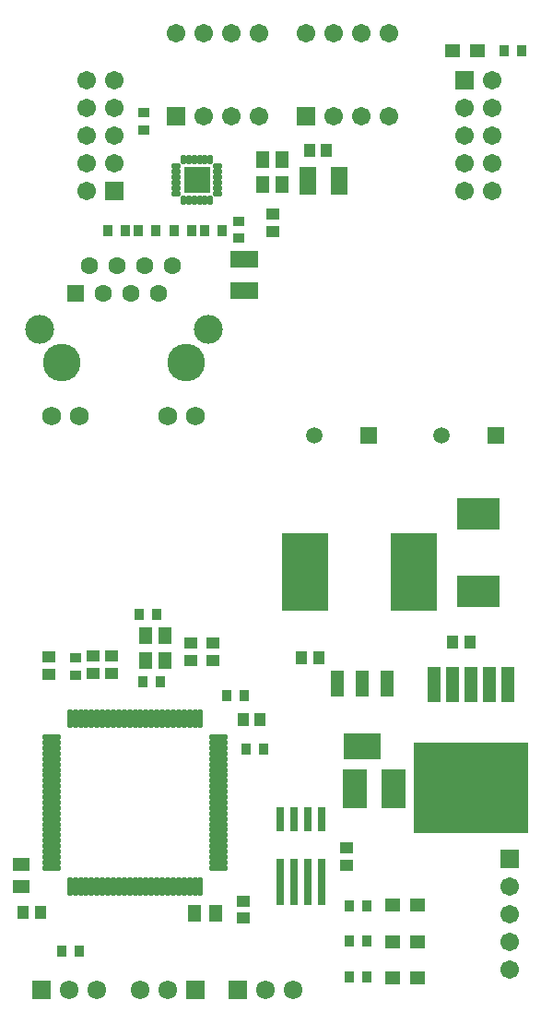
<source format=gts>
G04*
G04 #@! TF.GenerationSoftware,Altium Limited,Altium Designer,20.0.13 (296)*
G04*
G04 Layer_Color=8388736*
%FSLAX44Y44*%
%MOMM*%
G71*
G01*
G75*
%ADD46R,0.8200X1.0200*%
%ADD47R,0.7200X2.3200*%
%ADD48R,0.7200X4.3200*%
%ADD49R,1.1700X3.3200*%
%ADD50R,10.5700X8.4200*%
%ADD51R,1.0032X1.2032*%
%ADD52R,3.4532X2.3532*%
%ADD53R,1.1532X2.3532*%
%ADD54R,4.0132X2.9972*%
%ADD55R,1.2032X1.0032*%
%ADD56R,1.3032X1.5032*%
%ADD57R,1.3700X1.2200*%
%ADD58R,1.0200X0.8200*%
G04:AMPARAMS|DCode=59|XSize=1.7632mm|YSize=0.4832mm|CornerRadius=0.1366mm|HoleSize=0mm|Usage=FLASHONLY|Rotation=270.000|XOffset=0mm|YOffset=0mm|HoleType=Round|Shape=RoundedRectangle|*
%AMROUNDEDRECTD59*
21,1,1.7632,0.2100,0,0,270.0*
21,1,1.4900,0.4832,0,0,270.0*
1,1,0.2732,-0.1050,-0.7450*
1,1,0.2732,-0.1050,0.7450*
1,1,0.2732,0.1050,0.7450*
1,1,0.2732,0.1050,-0.7450*
%
%ADD59ROUNDEDRECTD59*%
G04:AMPARAMS|DCode=60|XSize=1.7632mm|YSize=0.4832mm|CornerRadius=0.1366mm|HoleSize=0mm|Usage=FLASHONLY|Rotation=0.000|XOffset=0mm|YOffset=0mm|HoleType=Round|Shape=RoundedRectangle|*
%AMROUNDEDRECTD60*
21,1,1.7632,0.2100,0,0,0.0*
21,1,1.4900,0.4832,0,0,0.0*
1,1,0.2732,0.7450,-0.1050*
1,1,0.2732,-0.7450,-0.1050*
1,1,0.2732,-0.7450,0.1050*
1,1,0.2732,0.7450,0.1050*
%
%ADD60ROUNDEDRECTD60*%
%ADD61R,1.2032X1.6032*%
G04:AMPARAMS|DCode=62|XSize=0.4832mm|YSize=0.8932mm|CornerRadius=0.1716mm|HoleSize=0mm|Usage=FLASHONLY|Rotation=180.000|XOffset=0mm|YOffset=0mm|HoleType=Round|Shape=RoundedRectangle|*
%AMROUNDEDRECTD62*
21,1,0.4832,0.5500,0,0,180.0*
21,1,0.1400,0.8932,0,0,180.0*
1,1,0.3432,-0.0700,0.2750*
1,1,0.3432,0.0700,0.2750*
1,1,0.3432,0.0700,-0.2750*
1,1,0.3432,-0.0700,-0.2750*
%
%ADD62ROUNDEDRECTD62*%
G04:AMPARAMS|DCode=63|XSize=0.4832mm|YSize=0.8932mm|CornerRadius=0.1716mm|HoleSize=0mm|Usage=FLASHONLY|Rotation=270.000|XOffset=0mm|YOffset=0mm|HoleType=Round|Shape=RoundedRectangle|*
%AMROUNDEDRECTD63*
21,1,0.4832,0.5500,0,0,270.0*
21,1,0.1400,0.8932,0,0,270.0*
1,1,0.3432,-0.2750,-0.0700*
1,1,0.3432,-0.2750,0.0700*
1,1,0.3432,0.2750,0.0700*
1,1,0.3432,0.2750,-0.0700*
%
%ADD63ROUNDEDRECTD63*%
%ADD64R,2.4892X2.4892*%
%ADD65R,1.6200X2.5200*%
%ADD66R,2.5200X1.6200*%
%ADD67R,2.2700X3.6200*%
%ADD68R,4.2032X7.2032*%
%ADD69R,1.6032X1.2032*%
%ADD70C,1.7032*%
%ADD71R,1.7032X1.7032*%
%ADD72C,1.5200*%
%ADD73R,1.5200X1.5200*%
%ADD74C,1.7200*%
%ADD75R,1.7200X1.7200*%
%ADD76R,1.6012X1.6012*%
%ADD77C,1.6012*%
%ADD78C,1.7332*%
%ADD79C,2.6482*%
%ADD80C,3.4532*%
D46*
X228000Y342250D02*
D03*
X212000D02*
D03*
X246000Y293750D02*
D03*
X230000D02*
D03*
X324750Y149498D02*
D03*
X340750D02*
D03*
X324750Y117747D02*
D03*
X340750D02*
D03*
X324750Y84498D02*
D03*
X340750D02*
D03*
X151500Y355000D02*
D03*
X135500D02*
D03*
X147444Y417250D02*
D03*
X131444D02*
D03*
X467250Y934750D02*
D03*
X483250D02*
D03*
X76750Y108000D02*
D03*
X60750D02*
D03*
X163750Y769500D02*
D03*
X179750D02*
D03*
X147000D02*
D03*
X131000D02*
D03*
X102750D02*
D03*
X118750D02*
D03*
X208000D02*
D03*
X192000D02*
D03*
D47*
X299550Y229500D02*
D03*
X286850D02*
D03*
X274150D02*
D03*
X261450D02*
D03*
D48*
X299550Y171500D02*
D03*
X286850D02*
D03*
X274150D02*
D03*
X261450D02*
D03*
D49*
X470500Y352750D02*
D03*
X453500D02*
D03*
X436500D02*
D03*
X419500D02*
D03*
X402500D02*
D03*
D50*
X436500Y258250D02*
D03*
D51*
X296750Y377750D02*
D03*
X280750D02*
D03*
X227000Y320750D02*
D03*
X243000D02*
D03*
X40750Y143500D02*
D03*
X24750D02*
D03*
X304000Y843250D02*
D03*
X288000D02*
D03*
X436000Y391750D02*
D03*
X420000D02*
D03*
D52*
X336750Y296000D02*
D03*
D53*
X313750Y354000D02*
D03*
X336750D02*
D03*
X359750D02*
D03*
D54*
X443500Y438315D02*
D03*
Y509685D02*
D03*
D55*
X199250Y391000D02*
D03*
Y375000D02*
D03*
X179000Y391250D02*
D03*
Y375250D02*
D03*
X322250Y187250D02*
D03*
Y203250D02*
D03*
X227500Y154250D02*
D03*
Y138250D02*
D03*
X48750Y362500D02*
D03*
Y378500D02*
D03*
X106500Y379000D02*
D03*
Y363000D02*
D03*
X89500Y378750D02*
D03*
Y362750D02*
D03*
X254750Y784250D02*
D03*
Y768250D02*
D03*
D56*
X155250Y398000D02*
D03*
Y375000D02*
D03*
X137250D02*
D03*
Y398000D02*
D03*
X263000Y834750D02*
D03*
Y811750D02*
D03*
X245000D02*
D03*
Y834750D02*
D03*
D57*
X364500Y83750D02*
D03*
X387500D02*
D03*
X364500Y117000D02*
D03*
X387500D02*
D03*
X364500Y150250D02*
D03*
X387500D02*
D03*
X419500Y934250D02*
D03*
X442500D02*
D03*
D58*
X73000Y361000D02*
D03*
Y377000D02*
D03*
X136000Y877500D02*
D03*
Y861500D02*
D03*
X223250Y778250D02*
D03*
Y762250D02*
D03*
D59*
X188000Y167700D02*
D03*
X183000D02*
D03*
X178000D02*
D03*
X173000D02*
D03*
X168000D02*
D03*
X163000D02*
D03*
X158000D02*
D03*
X153000D02*
D03*
X148000D02*
D03*
X143000D02*
D03*
X138000D02*
D03*
X133000D02*
D03*
X128000D02*
D03*
X123000D02*
D03*
X118000D02*
D03*
X113000D02*
D03*
X108000D02*
D03*
X103000D02*
D03*
X98000D02*
D03*
X93000D02*
D03*
X88000D02*
D03*
X83000D02*
D03*
X78000D02*
D03*
X73000D02*
D03*
X68000D02*
D03*
Y321300D02*
D03*
X73000D02*
D03*
X78000D02*
D03*
X83000D02*
D03*
X88000D02*
D03*
X93000D02*
D03*
X98000D02*
D03*
X103000D02*
D03*
X108000D02*
D03*
X113000D02*
D03*
X118000D02*
D03*
X123000D02*
D03*
X128000D02*
D03*
X133000D02*
D03*
X138000D02*
D03*
X143000D02*
D03*
X148000D02*
D03*
X153000D02*
D03*
X158000D02*
D03*
X163000D02*
D03*
X168000D02*
D03*
X173000D02*
D03*
X178000D02*
D03*
X183000D02*
D03*
X188000D02*
D03*
D60*
X204800Y304500D02*
D03*
Y299500D02*
D03*
Y294500D02*
D03*
Y289500D02*
D03*
Y284500D02*
D03*
Y279500D02*
D03*
Y274500D02*
D03*
Y269500D02*
D03*
Y264500D02*
D03*
Y259500D02*
D03*
Y254500D02*
D03*
Y249500D02*
D03*
Y244500D02*
D03*
Y239500D02*
D03*
Y234500D02*
D03*
Y229500D02*
D03*
Y224500D02*
D03*
Y219500D02*
D03*
Y214500D02*
D03*
Y209500D02*
D03*
Y204500D02*
D03*
Y199500D02*
D03*
Y194500D02*
D03*
Y189500D02*
D03*
Y184500D02*
D03*
X51200D02*
D03*
Y189500D02*
D03*
Y194500D02*
D03*
Y199500D02*
D03*
Y204500D02*
D03*
Y209500D02*
D03*
Y214500D02*
D03*
Y219500D02*
D03*
Y224500D02*
D03*
Y229500D02*
D03*
Y234500D02*
D03*
Y239500D02*
D03*
Y244500D02*
D03*
Y249500D02*
D03*
Y254500D02*
D03*
Y259500D02*
D03*
Y264500D02*
D03*
Y269500D02*
D03*
Y274500D02*
D03*
Y279500D02*
D03*
Y284500D02*
D03*
Y289500D02*
D03*
Y294500D02*
D03*
Y299500D02*
D03*
Y304500D02*
D03*
D61*
X202250Y143000D02*
D03*
X182250D02*
D03*
D62*
X172250Y797000D02*
D03*
X177250D02*
D03*
X197250D02*
D03*
X192250D02*
D03*
X182250D02*
D03*
X187250D02*
D03*
Y834900D02*
D03*
X182250D02*
D03*
X192250D02*
D03*
X197250D02*
D03*
X177250D02*
D03*
X172250D02*
D03*
D63*
X165800Y803450D02*
D03*
Y808450D02*
D03*
Y828450D02*
D03*
Y823450D02*
D03*
Y813450D02*
D03*
Y818450D02*
D03*
X203700Y803450D02*
D03*
Y808450D02*
D03*
Y828450D02*
D03*
Y823450D02*
D03*
Y813450D02*
D03*
Y818450D02*
D03*
D64*
X184750Y815950D02*
D03*
D65*
X315750Y815000D02*
D03*
X286750D02*
D03*
D66*
X228500Y714500D02*
D03*
Y743500D02*
D03*
D67*
X365000Y256750D02*
D03*
X330000D02*
D03*
D68*
X284000Y455750D02*
D03*
X384000D02*
D03*
D69*
X23750Y167750D02*
D03*
Y187750D02*
D03*
D70*
X456400Y805400D02*
D03*
X431000D02*
D03*
X456400Y856200D02*
D03*
X431000D02*
D03*
X456400Y881600D02*
D03*
X431000D02*
D03*
X456400Y907000D02*
D03*
X431000Y830800D02*
D03*
X456400D02*
D03*
X472500Y91550D02*
D03*
Y116950D02*
D03*
Y142350D02*
D03*
Y167750D02*
D03*
X310550Y874400D02*
D03*
X335950D02*
D03*
X361350D02*
D03*
X285150Y950600D02*
D03*
X310550D02*
D03*
X335950D02*
D03*
X361350D02*
D03*
X190800Y874400D02*
D03*
X216200D02*
D03*
X241600D02*
D03*
X165400Y950600D02*
D03*
X190800D02*
D03*
X216200D02*
D03*
X241600D02*
D03*
X83100Y881600D02*
D03*
X108500D02*
D03*
X83100Y805400D02*
D03*
X108500Y830800D02*
D03*
X83100D02*
D03*
X108500Y856200D02*
D03*
X83100D02*
D03*
X108500Y907000D02*
D03*
X83100D02*
D03*
D71*
X431000D02*
D03*
X472500Y193150D02*
D03*
X285150Y874400D02*
D03*
X165400D02*
D03*
X108500Y805400D02*
D03*
D72*
X409250Y581750D02*
D03*
X292500D02*
D03*
D73*
X459250D02*
D03*
X342500D02*
D03*
D74*
X132175Y72250D02*
D03*
X157575D02*
D03*
X92400D02*
D03*
X67000D02*
D03*
X273550D02*
D03*
X248150D02*
D03*
D75*
X182975D02*
D03*
X41600D02*
D03*
X222750D02*
D03*
D76*
X73000Y712000D02*
D03*
D77*
X85700Y737400D02*
D03*
X98400Y712000D02*
D03*
X111100Y737400D02*
D03*
X123800Y712000D02*
D03*
X136500Y737400D02*
D03*
X149200Y712000D02*
D03*
X161900Y737400D02*
D03*
D78*
X51250Y599500D02*
D03*
X76650D02*
D03*
X183750D02*
D03*
X158350D02*
D03*
D79*
X40050Y679000D02*
D03*
X194950D02*
D03*
D80*
X174650Y648500D02*
D03*
X60350D02*
D03*
M02*

</source>
